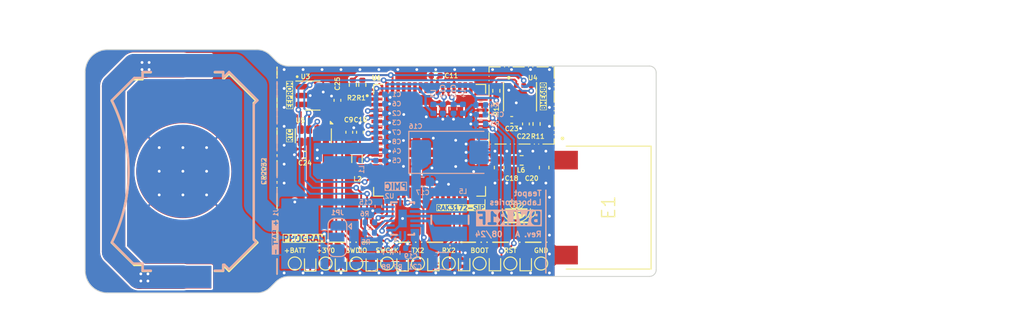
<source format=kicad_pcb>
(kicad_pcb (version 20240108) (generator "pcbnew") (generator_version "8.0")
  (title_block (title "Teapotlabs BWLR1F") (date "2024-01-09") (rev "1") (company "Teapot Laboratories"))
  (layers (0 "F.Cu" signal) (1 "In1.Cu" signal) (2 "In2.Cu" signal) (31 "B.Cu" signal) (34 "B.Paste" user) (35 "F.Paste" user) (36 "B.SilkS" user "B.Silkscreen") (37 "F.SilkS" user "F.Silkscreen") (38 "B.Mask" user) (39 "F.Mask" user) (44 "Edge.Cuts" user))
  (net 0 "")
  (net 1 "GND")
  (net 2 "+3V0")
  (net 3 "/RF")
  (net 4 "/ANT")
  (net 5 "Net-(JP1-B)")
  (net 6 "/SCL")
  (net 9 "/START")
  (net 10 "/SDA")
  (net 11 "/RX2")
  (net 12 "/TX2")
  (net 13 "/SWCLK")
  (net 14 "/SWDIO")
  (net 15 "/RST")
  (net 16 "/BOOT")
  (net 17 "/RDY")
  (net 18 "Net-(U1-VDDMPS)")
  (net 19 "Net-(U1-VFBSMPS)")
  (net 20 "/BATT+")
  (net 21 "Net-(U1-VDDRF)")
  (net 22 "Net-(U1-VDDPA)")
  (net 23 "Net-(U2-CAP)")
  (net 24 "Net-(U1-VLXSMPS)")
  (net 25 "Net-(U2-LX1)")
  (net 26 "Net-(U4-SDO)")
  (net 27 "Net-(U4-CSB)")
  (net 28 "Net-(U2-LX2)")
  (net 29 "Net-(U2-ADR)")
  (net 33 "/RTC_WKUP")
  (net 62 "/+VDP")
  (footprint "Diode_SMD:D_SOD-882" (layer "F.Cu") (at 139.505999 120.461 90)
    (property "Reference" "D4" (hide yes))
    (property "Value" "ESD5651N")
  )
  (footprint "Resistor_SMD:R_0402_1005Metric" (layer "F.Cu") (at 149.557999 101.919 90)
    (property "Reference" "R12")
    (property "Value" "10K")
  )
  (footprint "bwlr1f:BAT-SMD_MY-2032-12" (layer "F.Cu") (at 115.94 110.595 -90)
    (property "Reference" "BT2")
    (property "Value" "Battery_Cell")
  )
  (footprint "Diode_SMD:D_SOD-882" (layer "F.Cu") (at 149.411999 120.43 90)
    (property "Reference" "D1" (hide yes))
    (property "Value" "ESD5651N")
  )
  (footprint "Diode_SMD:D_SOD-882" (layer "F.Cu") (at 142.807999 120.43 90)
    (property "Reference" "D5" (hide yes))
    (property "Value" "ESD5651N")
  )
  (footprint "Capacitor_SMD:C_0603_1608Metric" (layer "F.Cu") (at 154.686 110.158 90)
    (property "Reference" "C20")
    (property "Value" "DNP")
  )
  (footprint "Inductor_SMD:L_0805_2012Metric" (layer "F.Cu") (at 134.62 109.22 -90)
    (property "Reference" "L2")
    (property "Value" "15u")
  )
  (footprint "Package_SON:MicroCrystal_C7_SON-8_1.5x3.2mm_P0.9mm" (layer "F.Cu") (at 129.933999 106.745 -90)
    (property "Reference" "U5")
    (property "Value" "RV-3028-C7")
  )
  (footprint "Inductor_SMD:L_0603_1608Metric" (layer "F.Cu") (at 152.273 109.388)
    (property "Reference" "L6")
    (property "Value" "0")
  )
  (footprint "Capacitor_SMD:C_0402_1005Metric" (layer "F.Cu") (at 132.520999 102.935 -90)
    (property "Reference" "C25")
    (property "Value" "1u")
  )
  (footprint "bwlr1f:XDCR_ANT-915-USP410" (layer "F.Cu") (at 161.603999 114.458 -90)
    (property "Reference" "E1")
    (property "Value" "ANT-915-USP410")
  )
  (footprint "Capacitor_SMD:C_0603_1608Metric" (layer "F.Cu") (at 149.86 110.158 90)
    (property "Reference" "C18")
    (property "Value" "DNP")
  )
  (footprint "TestPoint:TestPoint_Pad_D1.0mm" (layer "F.Cu") (at 151.062999 120.461 180)
    (property "Reference" "TP7")
    (property "Value" "ProgPin")
  )
  (footprint "Resistor_SMD:R_0402_1005Metric" (layer "F.Cu") (at 153.875999 105.475 90)
    (property "Reference" "R11")
    (property "Value" "10K")
  )
  (footprint "bwlr1f:BME680-PSON80P300X300X100-8N" (layer "F.Cu") (at 152.097999 102.554 90)
    (property "Reference" "U4")
    (property "Value" "BME688")
  )
  (footprint "TestPoint:TestPoint_Pad_D1.0mm" (layer "F.Cu") (at 127.948999 120.461)
    (property "Reference" "TP2")
    (property "Value" "ProgPin")
  )
  (footprint "Capacitor_SMD:C_0402_1005Metric" (layer "F.Cu") (at 129.044999 108.777)
    (property "Reference" "C24")
    (property "Value" "100n")
  )
  (footprint "Diode_SMD:D_SOD-882" (layer "F.Cu") (at 136.203999 120.461 90)
    (property "Reference" "D3" (hide yes))
    (property "Value" "ESD5651N")
  )
  (footprint "Diode_SMD:D_SOD-882" (layer "F.Cu") (at 132.901999 120.461 90)
    (property "Reference" "D8" (hide yes))
    (property "Value" "ESD5651N")
  )
  (footprint "TestPoint:TestPoint_Pad_D1.0mm" (layer "F.Cu") (at 147.760999 120.461 180)
    (property "Reference" "TP8")
    (property "Value" "ProgPin")
  )
  (footprint "Capacitor_SMD:C_0402_1005Metric" (layer "F.Cu") (at 143.061999 100.2934)
    (property "Reference" "C11")
    (property "Value" "100n")
  )
  (footprint "TestPoint:TestPoint_Pad_D1.0mm" (layer "F.Cu") (at 144.458999 120.461 -90)
    (property "Reference" "TP3")
    (property "Value" "ProgPin")
  )
  (footprint "TestPoint:TestPoint_Pad_D1.0mm" (layer "F.Cu") (at 154.364999 120.461 180)
    (property "Reference" "TP9")
    (property "Value" "ProgPin")
  )
  (footprint "Capacitor_SMD:C_0402_1005Metric" (layer "F.Cu") (at 133.790999 106.364 -90)
    (property "Reference" "C9")
    (property "Value" "470n")
  )
  (footprint "bwlr1f:RAK3172-SiP_LGA75" (layer "F.Cu") (at 142.371847 107.258)
    (property "Reference" "U1")
    (property "Value" "RAK3172-SIP")
  )
  (footprint "Capacitor_SMD:C_0402_1005Metric" (layer "F.Cu") (at 152.732999 105.475 90)
    (property "Reference" "C22")
    (property "Value" "100n")
  )
  (footprint "TestPoint:TestPoint_Pad_D1.0mm" (layer "F.Cu") (at 134.552999 120.461 90)
    (property "Reference" "TP6")
    (property "Value" "ProgPin")
  )
  (footprint "TestPoint:TestPoint_Pad_D1.0mm" (layer "F.Cu") (at 137.854999 120.461 180)
    (property "Reference" "TP5" (hide yes))
    (property "Value" "ProgPin")
  )
  (footprint "Package_TO_SOT_SMD:SOT-23-5" (layer "F.Cu") (at 129.853999 102.427)
    (property "Reference" "U3")
    (property "Value" "ZD24C08A")
  )
  (footprint "Diode_SMD:D_SOD-882" (layer "F.Cu") (at 129.599999 120.461 90)
    (property "Reference" "D7" (hide yes))
    (property "Value" "ESD5651N")
  )
  (footprint "Resistor_SMD:R_0402_1005Metric" (layer "F.Cu") (at 134.171999 101.284 90)
    (property "Reference" "R2")
    (property "Value" "4K7")
  )
  (footprint "TestPoint:TestPoint_Pad_D1.0mm" (layer "F.Cu") (at 131.250999 120.461 180)
    (property "Reference" "TP1")
    (property "Value" "ProgPin")
  )
  (footprint "Resistor_SMD:R_0402_1005Metric" (layer "F.Cu") (at 135.187999 101.284 90)
    (property "Reference" "R1")
    (property "Value" "4K7")
  )
  (footprint "bwlr1f:TeapotLogo4mm" (layer "F.Cu") (at 151.951999 114.873)
    (property "Reference" "G***")
    (property "Value" "LOGO" (hide yes))
  )
  (footprint "TestPoint:TestPoint_Pad_D1.0mm" (layer "F.Cu") (at 141.156999 120.461 180)
    (property "Reference" "TP4")
    (property "Value" "ProgPin")
  )
  (footprint "Capacitor_SMD:C_0402_1005Metric" (layer "F.Cu") (at 151.208999 105.037 180)
    (property "Reference" "C23")
    (property "Value" "100n")
  )
  (footprint "Diode_SMD:D_SOD-882" (layer "F.Cu") (at 146.109999 120.43 90)
    (property "Reference" "D6" (hide yes))
    (property "Value" "ESD5651N")
  )
  (footprint "Diode_SMD:D_SOD-882" (layer "F.Cu") (at 152.713999 120.43 90)
    (property "Reference" "D2" (hide yes))
    (property "Value" "ESD5651N")
  )
  (footprint "Capacitor_SMD:C_0402_1005Metric" (layer "F.Cu") (at 134.933999 106.364 -90)
    (property "Reference" "C10")
    (property "Value" "100n")
  )
  (footprint "Capacitor_SMD:C_0402_1005Metric" (layer "B.Cu") (at 144.966999 103.8494 90)
    (property "Reference" "C13")
    (property "Value" "1u")
  )
  (footprint "Capacitor_SMD:C_0402_1005Metric" (layer "B.Cu") (at 137.120999 103.316 180)
    (property "Reference" "C6")
    (property "Value" "100n")
  )
  (footprint "Capacitor_SMD:C_0402_1005Metric" (layer "B.Cu") (at 140.318799 118.81)
    (property "Reference" "C19")
    (property "Value" "1u")
  )
  (footprint "Resistor_SMD:R_0402_1005Metric" (layer "B.Cu") (at 136.000799 116.0414 180)
    (property "Reference" "R6")
    (property "Value" "100K")
  )
  (footprint "Capacitor_SMD:C_0402_1005Metric" (layer "B.Cu") (at 143.823999 103.8494 90)
    (property "Reference" "C12")
    (property "Value" "1u")
  )
  (footprint "Resistor_SMD:R_0402_1005Metric" (layer "B.Cu") (at 147.887999 105.475 180)
    (property "Reference" "R3")
    (property "Value" "10K")
  )
  (footprint "Capacitor_Tantalum_SMD:CP_EIA-7343-40_Kemet-Y" (layer "B.Cu") (at 144.585999 108.523)
    (property "Reference" "C16")
    (property "Value" "470u")
  )
  (footprint "Jumper:SolderJumper-3_P1.3mm_Open_RoundedPad1.0x1.5mm" (layer "B.Cu") (at 132.520999 117.667 -90)
    (property "Reference" "JP1")
    (property "Value" "OUTPUT_SELECT")
  )
  (footprint "Capacitor_SMD:C_0402_1005Metric" (layer "B.Cu") (at 136.915199 114.3142 90)
    (property "Reference" "C15")
    (property "Value" "1u")
  )
  (footprint "bwlr1f:NBM7100ABQX" (layer "B.Cu") (at 139.505999 115.627848 90)
    (property "Reference" "U2")
    (property "Value" "NBM7100ABQX" (hide yes))
  )
  (footprint "Inductor_SMD:L_0402_1005Metric" (layer "B.Cu") (at 142.807999 103.8494 -90)
    (property "Reference" "L3")
    (property "Value" "120")
  )
  (footprint "Capacitor_SMD:C_0402_1005Metric" (layer "B.Cu") (at 137.120999 105.348 180)
    (property "Reference" "C3")
    (property "Value" "4u7")
  )
  (footprint "Inductor_SMD:L_0402_1005Metric" (layer "B.Cu") (at 145.982999 103.8494 -90)
    (property "Reference" "L4")
    (property "Value" "120")
  )
  (footprint "Capacitor_SMD:C_0402_1005Metric" (layer "B.Cu") (at 137.120999 104.332 180)
    (property "Reference" "C2")
    (property "Value" "1u")
  )
  (footprint "Capacitor_SMD:C_0402_1005Metric" (layer "B.Cu") (at 147.887999 104.459)
    (property "Reference" "C14")
    (property "Value" "100n")
  )
  (footprint "Resistor_SMD:R_0402_1005Metric" (layer "B.Cu") (at 135.975399 117.159 180)
    (property "Reference" "R5")
    (property "Value" "100K")
  )
  (footprint "Capacitor_SMD:C_0402_1005Metric" (layer "B.Cu") (at 137.120999 102.3 180)
    (property "Reference" "C1")
    (property "Value" "4u7")
  )
  (footprint "Resistor_SMD:R_0402_1005Metric" (layer "B.Cu") (at 137.829599 119.318 90)
    (property "Reference" "R8")
    (property "Value" "1K")
  )
  (footprint "Capacitor_SMD:C_0402_1005Metric" (layer "B.Cu") (at 137.120999 107.38 180)
    (property "Reference" "C8")
    (property "Value" "100n")
  )
  (footprint "bwlr1f:Battery_Pad" (layer "B.Cu") (at 128.075999 117.657 -90)
    (property "Reference" "J1")
    (property "Value" "Conn_01x02")
  )
  (footprint "Resistor_SMD:R_0402_1005Metric" (layer "B.Cu") (at 138.845599 119.318 90)
    (property "Reference" "R7")
    (property "Value" "1K")
  )
  (footprint "Resistor_SMD:R_0402_1005Metric" (layer "B.Cu") (at 147.887999 103.443)
    (property "Reference" "R4")
    (property "Value" "10K")
  )
  (footprint "bwlr1f:BAT-SMD_MY-2032-12" (layer "B.Cu") (at 115.95 110.555 90)
    (property "Reference" "BT1")
    (property "Value" "Battery_Cell")
  )
  (footprint "bwlr1f:74404042150" (layer "B.Cu") (at 144.585999 115.762 90)
    (property "Reference" "L5")
    (property "Value" "15u" (hide yes))
  )
  (footprint "Capacitor_SMD:C_0603_1608Metric" (layer "B.Cu") (at 141.664999 111.698 180)
    (property "Reference" "C17")
    (property "Value" "10u")
  )
  (footprint "Capacitor_SMD:C_0402_1005Metric" (layer "B.Cu") (at 137.120999 106.364 180)
    (property "Reference" "C7")
    (property "Value" "100n")
  )
  (footprint "Capacitor_SMD:C_0402_1005Metric" (layer "B.Cu") (at 137.120999 109.412 180)
    (property "Reference" "C5")
    (property "Value" "100n")
  )
  (footprint "Capacitor_SMD:C_1206_3216Metric" (layer "B.Cu") (at 143.773199 120.1816 180)
    (property "Reference" "C21")
    (property "Value" "22u")
  )
  (footprint "Capacitor_SMD:C_0402_1005Metric" (layer "B.Cu") (at 137.120999 108.396 180)
    (property "Reference" "C4")
    (property "Value" "4u7")
  )
  (footprint "Inductor_SMD:L_0402_1005Metric" (layer "B.Cu") (at 135.060999 108.904 -90)
    (property "Reference" "L1")
    (property "Value" "120")
  )
  (gr_line (start 126.043999 119.953) (end 126.043999 121.985) (stroke (width 0.15) (type dash_dot)) (layer "B.SilkS"))
  (gr_line (start 126.043999 114.111) (end 126.043999 99.633) (stroke (width 0.15) (type dash_dot)) (layer "B.SilkS"))
  (gr_line (start 154.872999 112.587) (end 154.872999 121.477) (stroke (width 0.15)) (layer "B.SilkS"))
  (gr_line (start 131.631999 118.175) (end 154.999999 118.175) (stroke (width 0.15) (type dash_dot_dot)) (layer "F.SilkS"))
  (gr_line (start 148.345199 114.7968) (end 148.345199 113.603) (stroke (width 0.1)) (layer "F.SilkS"))
  (gr_circle (center 128.202999 100.395) (end 128.279199 100.395) (stroke (width 0.15)) (fill solid) (layer "F.SilkS"))
  (gr_line (start 126.043999 121.604) (end 126.043999 99.379) (stroke (width 0.15) (type dash_dot_dot)) (layer "F.SilkS"))
  (gr_rect (start 148.776999 99.3536) (end 155.761999 107.634) (stroke (width 0.11) (type dash_dot_dot)) (fill none) (layer "F.SilkS"))
  (gr_line (start 125.913778 98.674518) (end 125.313788 98.074833) (stroke (width 0.1)) (layer "Edge.Cuts"))
  (gr_arc (start 166.702471 121.128) (mid 166.491405 121.637558) (end 165.981847 121.848624) (stroke (width 0.1)) (layer "Edge.Cuts"))
  (gr_line (start 166.702471 121.128) (end 166.702471 99.978) (stroke (width 0.1)) (layer "Edge.Cuts"))
  (gr_arc (start 125.913839 122.434797) (mid 126.562556 122.00152) (end 127.32768 121.84937) (stroke (width 0.1)) (layer "Edge.Cuts"))
  (gr_arc (start 107.869999 123.62) (mid 106.172943 122.917056) (end 105.469999 121.22) (stroke (width 0.1)) (layer "Edge.Cuts"))
  (gr_line (start 123.899904 123.62) (end 107.869999 123.62) (stroke (width 0.1)) (layer "Edge.Cuts"))
  (gr_arc (start 125.313758 123.034573) (mid 124.665036 123.467858) (end 123.899904 123.62) (stroke (width 0.1)) (layer "Edge.Cuts"))
  (gr_arc (start 105.469999 99.889999) (mid 106.172943 98.192943) (end 107.869999 97.489999) (stroke (width 0.1)) (layer "Edge.Cuts"))
  (gr_arc (start 123.89986 97.489407) (mid 124.665024 97.641548) (end 125.313788 98.074833) (stroke (width 0.1)) (layer "Edge.Cuts"))
  (gr_line (start 125.913839 122.434797) (end 125.313758 123.034573) (stroke (width 0.1)) (layer "Edge.Cuts"))
  (gr_arc (start 165.981847 99.257376) (mid 166.491405 99.468442) (end 166.702471 99.978) (stroke (width 0.1)) (layer "Edge.Cuts"))
  (gr_arc (start 127.327765 99.259945) (mid 126.562552 99.10784) (end 125.913778 98.674518) (stroke (width 0.1)) (layer "Edge.Cuts"))
  (gr_line (start 123.89986 97.489407) (end 107.869999 97.489999) (stroke (width 0.1)) (layer "Edge.Cuts"))
  (gr_line (start 165.981847 99.257376) (end 127.327765 99.259945) (stroke (width 0.1)) (layer "Edge.Cuts"))
  (gr_line (start 105.469999 99.889999) (end 105.469999 121.22) (stroke (width 0.1)) (layer "Edge.Cuts"))
  (gr_line (start 127.32768 121.84937) (end 165.981847 121.84911) (stroke (width 0.1)) (layer "Edge.Cuts"))
  (gr_text "Rev. A   08/24" (at 154.491999 117.667 0) (layer "B.SilkS") (effects (font (size 0.6 0.6) (thickness 0.13) (bold yes)) (justify left bottom mirror)))
  (gr_text "CR2032" (at 124.646999 110.555 90) (layer "B.SilkS") (effects (font (size 0.5 0.5) (thickness 0.1) (bold yes)) (justify mirror)))
  (gr_text "+ BATT -" (at 126.170999 117.667 90) (layer "B.SilkS" knockout) (effects (font (size 0.5 0.5) (thickness 0.125) (bold yes)) (justify bottom mirror)))
  (gr_text "PMIC" (at 138.794799 112.587 0) (layer "B.SilkS" knockout) (effects (font (size 0.65 0.65) (thickness 0.1625) (bold yes)) (justify bottom mirror)))
  (gr_text "Teapot\nLaboratories" (at 154.491999 114.238 0) (layer "B.SilkS") (effects (font (size 0.6 0.6) (thickness 0.13) (bold yes)) (justify left bottom mirror)))
  (gr_text "BWLR1F" (at 154.618999 115.635 0) (layer "B.SilkS" knockout) (effects (font (size 1.2 1.2) (thickness 0.3) (bold yes)) (justify left mirror)))
  (gr_text "RTC" (at 127.415599 107.507 90) (layer "F.SilkS" knockout) (effects (font (size 0.5 0.5) (thickness 0.125) (bold yes)) (justify left)))
  (gr_text "PROGRAM" (at 126.551999 117.794 0) (layer "F.SilkS" knockout) (effects (font (size 0.65 0.65) (thickness 0.1625) (bold yes)) (justify left)))
  (gr_text "BME688" (at 154.618999 104.078 90) (layer "F.SilkS" knockout) (effects (font (size 0.5 0.5) (thickness 0.125) (bold yes)) (justify left)))
  (gr_text "RX2\n" (at 144.458999 119.064 0) (layer "F.SilkS") (effects (font (size 0.5 0.5) (thickness 0.1) (bold yes))))
  (gr_text "SWDIO" (at 134.552999 119.064 0) (layer "F.SilkS") (effects (font (size 0.5 0.5) (thickness 0.1) (bold yes))))
  (gr_text "EEPROM" (at 127.415599 103.951 90) (layer "F.SilkS" knockout) (effects (font (size 0.5 0.5) (thickness 0.125) (bold yes)) (justify left)))
  (gr_text "TX2" (at 141.156999 119.064 0) (layer "F.SilkS") (effects (font (size 0.5 0.5) (thickness 0.1) (bold yes))))
  (gr_text "CR2032" (at 124.646999 110.555 90) (layer "F.SilkS") (effects (font (size 0.5 0.5) (thickness 0.1) (bold yes))))
  (gr_text "+3V0" (at 131.250999 119.064 0) (layer "F.SilkS") (effects (font (size 0.5 0.5) (thickness 0.1) (bold yes))))
  (gr_text "SWCLK" (at 137.854999 119.064 0) (layer "F.SilkS") (effects (font (size 0.5 0.5) (thickness 0.1) (bold yes))))
  (gr_text "RST" (at 151.062999 119.064 0) (layer "F.SilkS") (effects (font (size 0.5 0.5) (thickness 0.1) (bold yes))))
  (gr_text "+BATT" (at 127.948999 119.064 0) (layer "F.SilkS") (effects (font (size 0.5 0.5) (thickness 0.1) (bold yes))))
  (gr_text "RAK3172-SIP" (at 143.061999 114.492 0) (layer "F.SilkS" knockout) (effects (font (size 0.5 0.5) (thickness 0.125) (bold yes)) (justify left)))
  (gr_text "GND" (at 154.364999 119.064 0) (layer "F.SilkS") (effects (font (size 0.5 0.5) (thickness 0.1) (bold yes))))
  (gr_text "BOOT" (at 147.760999 119.064 0) (layer "F.SilkS") (effects (font (size 0.5 0.5) (thickness 0.1) (bold yes))))
  (segment (start 129.599999 102.427) (end 128.716499 102.427) (width 0.25) (layer "F.Cu") (net 1))
  (segment (start 142.631847 100.343248) (end 142.631847 101.578) (width 0.25) (layer "F.Cu") (net 1))
  (segment (start 156.763999 119.558) (end 155.507999 118.302) (width 0.25) (layer "F.Cu") (net 1))
  (segment (start 151.688999 103.763) (end 151.697999 103.754) (width 0.25) (layer "F.Cu") (net 1))
  (segment (start 151.697999 103.208) (end 151.697999 103.754) (width 0.25) (layer "F.Cu") (net 1))
  (segment (start 131.908799 102.455) (end 132.520999 102.455) (width 0.25) (layer "F.Cu") (net 1))
  (segment (start 128.564999 108.777) (end 128.564999 107.4265) (width 0.25) (layer "F.Cu") (net 1))
  (segment (start 156.791999 119.558) (end 155.507999 120.842) (width 0.25) (layer "F.Cu") (net 1))
  (segment (start 157.053999 119.558) (end 156.763999 119.558) (width 0.25) (layer "F.Cu") (net 1))
  (segment (start 134.270999 105.884) (end 133.790999 105.884) (width 0.25) (layer "F.Cu") (net 1))
  (segment (start 151.688999 105.037) (end 151.688999 103.763) (width 0.25) (layer "F.Cu") (net 1))
  (segment (start 152.155199 105.955) (end 152.732999 105.955) (width 0.25) (layer "F.Cu") (net 1))
  (segment (start 142.454999 100.268) (end 142.556599 100.268) (width 0.25) (layer "F.Cu") (net 1))
  (segment (start 134.933999 105.3734) (end 134.933999 105.884) (width 0.25) (layer "F.Cu") (net 1))
  (segment (start 131.885999 102.4778) (end 131.908799 102.455) (width 0.25) (layer "F.Cu") (net 1))
  (segment (start 130.991499 101.477) (end 130.991499 102.0405) (width 0.25) (layer "F.Cu") (net 1))
  (segment (start 157.053999 119.558) (end 156.791999 119.558) (width 0.25) (layer "F.Cu") (net 1))
  (segment (start 147.125999 110.588) (end 148.041847 110.588) (width 0.25) (layer "F.Cu") (net 1))
  (segment (start 128.564999 107.4265) (end 128.583999 107.4075) (width 0.25) (layer "F.Cu") (net 1))
  (segment (start 134.273599 105.8814) (end 134.270999 105.884) (width 0.25) (layer "F.Cu") (net 1))
  (segment (start 144.431847 111.952) (end 144.431847 112.878) (width 0.25) (layer "F.Cu") (net 1))
  (segment (start 127.906999 108.777) (end 128.564999 108.777) (width 0.25) (layer "F.Cu") (net 1))
  (segment (start 142.556599 100.268) (end 142.631847 100.343248) (width 0.25) (layer "F.Cu") (net 1))
  (segment (start 130.991499 102.0405) (end 130.996999 102.046) (width 0.25) (layer "F.Cu") (net 1))
  (segment (start 150.897999 101.849) (end 150.897999 101.354) (width 0.25) (layer "F.Cu") (net 1))
  (via (at 140.037353 118.350754) (size 0.6) (drill 0.3) (layers "F.Cu" "B.Cu") (net 1))
  (via (at 136.305599 114.7942) (size 0.6) (drill 0.3) (layers "F.Cu" "B.Cu") (net 1))
  (via (at 138.108999 105.348) (size 0.6) (drill 0.3) (layers "F.Cu" "B.Cu") (net 1))
  (via (at 115.95 110.555) (size 0.6) (drill 0.3) (layers "F.Cu" "B.Cu") (net 1))
  (via (at 138.108999 104.332) (size 0.6) (drill 0.3) (layers "F.Cu" "B.Cu") (net 1))
  (via (at 147.125999 110.588) (size 0.6) (drill 0.3) (layers "F.Cu" "B.Cu") (net 1))
  (via (at 138.159799 117.1844) (size 0.6) (drill 0.3) (layers "F.Cu" "B.Cu") (net 1))
  (via (at 154.872999 111.825) (size 0.6) (drill 0.3) (layers "F.Cu" "B.Cu") (net 1))
  (via (at 151.697999 103.208) (size 0.6) (drill 0.3) (layers "F.Cu" "B.Cu") (net 1))
  (via (at 155.253999 115.381) (size 0.6) (drill 0.3) (layers "F.Cu" "B.Cu") (net 1))
  (via (at 145.093999 99.633) (size 0.6) (drill 0.3) (layers "F.Cu" "B.Cu") (net 1))
  (via (at 142.655599 110.1994) (size 0.6) (drill 0.3) (layers "F.Cu" "B.Cu") (net 1))
  (via (at 153.221999 99.633) (size 0.6) (drill 0.3) (layers "F.Cu" "B.Cu") (net 1))
  (via (at 128.837999 121.477) (size 0.6) (drill 0.3) (layers "F.Cu" "B.Cu") (net 1))
  (via (at 143.823999 104.967) (size 0.6) (drill 0.3) (layers "F.Cu" "B.Cu") (net 1))
  (via (at 151.189999 99.633) (size 0.6) (drill 0.3) (layers "F.Cu" "B.Cu") (net 1))
  (via (at 144.966999 104.967) (size 0.6) (drill 0.3) (layers "F.Cu" "B.Cu") (net 1))
  (via (at 146.313199 109.412) (size 0.6) (drill 0.3) (layers "F.Cu" "B.Cu") (net 1))
  (via (at 129.599999 102.427) (size 0.6) (drill 0.3) (layers "F.Cu" "B.Cu") (net 1))
  (via (at 145.201847 107.228) (size 0.6) (drill 0.3) (layers "F.Cu" "B.Cu") (net 1))
  (via (at 126.805999 101.665) (size 0.6) (drill 0.3) (layers "F.Cu" "B.Cu") (net 1))
  (via (at 132.901999 121.477) (size 0.6) (drill 0.3) (layers "F.Cu" "B.Cu") (net 1))
  (via (at 141.029999 121.477) (size 0.6) (drill 0.3) (layers "F.Cu" "B.Cu") (net 1))
  (via (at 146.821199 104.459) (size 0.6) (drill 0.3) (layers "F.Cu" "B.Cu") (net 1))
  (via (at 155.253999 113.349) (size 0.6) (drill 0.3) (layers "F.Cu" "B.Cu") (net 1))
  (via (at 138.997999 99.633) (size 0.6) (drill 0.3) (layers "F.Cu" "B.Cu") (net 1))
  (via (at 115.95 113.095) (size 0.6) (drill 0.3) (layers "F.Cu" "B.Cu") (net 1))
  (via (at 130.869999 121.477) (size 0.6) (drill 0.3) (layers "F.Cu" "B.Cu") (net 1))
  (via (at 147.125999 121.477) (size 0.6) (drill 0.3) (layers "F.Cu" "B.Cu") (net 1))
  (via (at 139.601847 110.028) (size 0.6) (drill 0.3) (layers "F.Cu" "B.Cu") (net 1))
  (via (at 146.313199 107.634) (size 0.6) (drill 0.3) (layers "F.Cu" "B.Cu") (net 1))
  (via (at 115.95 108.015) (size 0.6) (drill 0.3) (layers "F.Cu" "B.Cu") (net 1))
  (via (at 150.897999 101.849) (size 0.6) (drill 0.3) (layers "F.Cu" "B.Cu") (net 1))
  (via (at 142.045999 104.713) (size 0.6) (drill 0.3) (layers "F.Cu" "B.Cu") (net 1))
  (via (at 152.155199 105.955) (size 0.6) (drill 0.3) (layers "F.Cu" "B.Cu") (net 1))
  (via (at 153.475999 111.825) (size 0.6) (drill 0.3) (layers "F.Cu" "B.Cu") (net 1))
  (via (at 126.805999 105.729) (size 0.6) (drill 0.3) (layers "F.Cu" "B.Cu") (net 1))
  (via (at 132.901999 99.633) (size 0.6) (drill 0.3) (layers "F.Cu" "B.Cu") (net 1))
  (via (at 134.933999 99.633) (size 0.6) (drill 0.3) (layers "F.Cu" "B.Cu") (net 1))
  (via (at 138.108999 106.364) (size 0.6) (drill 0.3) (layers "F.Cu" "B.Cu") (net 1))
  (via (at 130.996999 102.046) (size 0.6) (drill 0.3) (layers "F.Cu" "B.Cu") (net 1))
  (via (at 149.157999 121.477) (size 0.6) (drill 0.3) (layers "F.Cu" "B.Cu") (net 1))
  (via (at 143.061999 121.477) (size 0.6) (drill 0.3) (layers "F.Cu" "B.Cu") (net 1))
  (via (at 126.805999 107.761) (size 0.6) (drill 0.3) (layers "F.Cu" "B.Cu") (net 1))
  (via (at 134.933999 105.3734) (size 0.6) (drill 0.3) (layers "F.Cu" "B.Cu") (net 1))
  (via (at 126.805999 109.793) (size 0.6) (drill 0.3) (layers "F.Cu" "B.Cu") (net 1))
  (via (at 147.125999 99.633) (size 0.6) (drill 0.3) (layers "F.Cu" "B.Cu") (net 1))
  (via (at 153.475999 108.396) (size 0.6) (drill 0.3) (layers "F.Cu" "B.Cu") (net 1))
  (via (at 152.078999 111.825) (size 0.6) (drill 0.3) (layers "F.Cu" "B.Cu") (net 1))
  (via (at 127.906999 108.777) (size 0.6) (drill 0.3) (layers "F.Cu" "B.Cu") (net 1))
  (via (at 138.108999 109.412) (size 0.6) (drill 0.3) (layers "F.Cu" "B.Cu") (net 1))
  (via (at 138.169862 102.614862) (size 0.6) (drill 0.3) (layers "F.Cu" "B.Cu") (net 1))
  (via (at 155.253999 119.445) (size 0.6) (drill 0.3) (layers "F.Cu" "B.Cu") (net 1))
  (via (at 146.236999 119.318) (size 0.6) (drill 0.3) (layers "F.Cu" "B.Cu") (net 1))
  (via (at 150.681999 108.396) (size 0.6) (drill 0.3) (layers "F.Cu" "B.Cu") (net 1))
  (via (at 155.253999 105.729) (size 0.6) (drill 0.3) (layers "F.Cu" "B.Cu") (net 1))
  (via (at 130.869999 99.633) (size 0.6) (drill 0.3) (layers "F.Cu" "B.Cu") (net 1))
  (via (at 118.49 110.555) (size 0.6) (drill 0.3) (layers "F.Cu" "B.Cu") (net 1))
  (via (at 136.965999 99.633) (size 0.6) (drill 0.3) (layers "F.Cu" "B.Cu") (net 1))
  (via (at 151.189999 121.477) (size 0.6) (drill 0.3) (layers "F.Cu" "B.Cu") (net 1))
  (via (at 152.078999 108.396) (size 0.6) (drill 0.3) (layers "F.Cu" "B.Cu") (net 1))
  (via (at 144.431847 111.952) (size 0.6) (drill 0.3) (layers "F.Cu" "B.Cu") (net 1))
  (via (at 134.933999 121.477) (size 0.6) (drill 0.3) (layers "F.Cu" "B.Cu") (net 1))
  (via (at 146.821199 105.475) (size 0.6) (drill 0.3) (layers "F.Cu" "B.Cu") (net 1))
  (via (at 146.313199 108.523) (size 0.6) (drill 0.3) (layers "F.Cu" "B.Cu") (net 1))
  (via (at 155.253999 121.477) (size 0.6) (drill 0.3) (layers "F.Cu" "B.Cu") (net 1))
  (via (at 142.80037 106.999) (size 0.6) (drill 0.3) (layers "F.Cu" "B.Cu") (net 1))
  (via (at 126.805999 121.477) (size 0.6) (drill 0.3) (layers "F.Cu" "B.Cu") (net 1))
  (via (at 118.49 113.095) (size 0.6) (drill 0.3) (layers "F.Cu" "B.Cu") (net 1))
  (via (at 113.41 113.095) (size 0.6) (drill 0.3) (layers "F.Cu" "B.Cu") (net 1))
  (via (at 153.221999 121.477) (size 0.6) (drill 0.3) (layers "F.Cu" "B.Cu") (net 1))
  (via (at 145.093999 121.477) (size 0.6) (drill 0.3) (layers "F.Cu" "B.Cu") (net 1))
  (via (at 113.41 110.555) (size 0.6) (drill 0.3) (layers "F.Cu" "B.Cu") (net 1))
  (via (at 118.49 108.015) (size 0.6) (drill 0.3) (layers "F.Cu" "B.Cu") (net 1))
  (via (at 139.601847 107.253) (size 0.6) (drill 0.3) (layers "F.Cu" "B.Cu") (net 1))
  (via (at 143.188999 111.698) (size 0.6) (drill 0.3) (layers "F.Cu" "B.Cu") (net 1))
  (via (at 145.201847 110.047) (size 0.6) (drill 0.3) (layers "F.Cu" "B.Cu") (net 1))
  (via (at 139.632999 104.459) (size 0.6) (drill 0.3) (layers "F.Cu" "B.Cu") (net 1))
  (via (at 138.997999 121.477) (size 0.6) (drill 0.3) (layers "F.Cu" "B.Cu") (net 1))
  (via (at 138.108999 108.396) (size 0.6) (drill 0.3) (layers "F.Cu" "B.Cu") (net 1))
  (via (at 134.273599 105.8814) (size 0.6) (drill 0.3) (layers "F.Cu" "B.Cu") (net 1))
  (via (at 138.108999 107.38) (size 0.6) (drill 0.3) (layers "F.Cu" "B.Cu") (net 1))
  (via (at 126.805999 103.697) (size 0.6) (drill 0.3) (layers "F.Cu" "B.Cu") (net 1))
  (via (at 150.681999 111.825) (size 0.6) (drill 0.3) (layers "F.Cu" "B.Cu") (net 1))
  (via (at 154.872999 108.396) (size 0.6) (drill 0.3) (layers "F.Cu" "B.Cu") (net 1))
  (via (at 128.837999 99.633) (size 0.6) (drill 0.3) (layers "F.Cu" "B.Cu") (net 1))
  (via (at 139.505999 115.627848) (size 0.6) (drill 0.3) (layers "F.Cu" "B.Cu") (net 1))
  (via (at 126.805999 111.825) (size 0.6) (drill 0.3) (layers "F.Cu" "B.Cu") (net 1))
  (via (at 155.253999 103.697) (size 0.6) (drill 0.3) (layers "F.Cu" "B.Cu") (net 1))
  (via (at 113.41 108.015) (size 0.6) (drill 0.3) (layers "F.Cu" "B.Cu") (net 1))
  (via (at 149.411999 111.825) (size 0.6) (drill 0.3) (layers "F.Cu" "B.Cu") (net 1))
  (via (at 149.411999 108.396) (size 0.6) (drill 0.3) (layers "F.Cu" "B.Cu") (net 1))
  (via (at 143.061999 99.633) (size 0.6) (drill 0.3) (layers "F.Cu" "B.Cu") (net 1))
  (via (at 138.108999 103.316) (size 0.6) (drill 0.3) (layers "F.Cu" "B.Cu") (net 1))
  (via (at 136.965999 121.477) (size 0.6) (drill 0.3) (layers "F.Cu" "B.Cu") (net 1))
  (via (at 155.253999 117.413) (size 0.6) (drill 0.3) (layers "F.Cu" "B.Cu") (net 1))
  (via (at 155.253999 99.633) (size 0.6) (drill 0.3) (layers "F.Cu" "B.Cu") (net 1))
  (via (at 149.157999 99.633) (size 0.6) (drill 0.3) (layers "F.Cu" "B.Cu") (net 1))
  (via (at 155.253999 101.665) (size 0.6) (drill 0.3) (layers "F.Cu" "B.Cu") (net 1))
  (via (at 126.805999 99.633) (size 0.6) (drill 0.3) (layers "F.Cu" "B.Cu") (net 1))
  (via (at 131.885999 102.4778) (size 0.6) (drill 0.3) (layers "F.Cu" "B.Cu") (net 1))
  (via (at 141.029999 99.633) (size 0.6) (drill 0.3) (layers "F.Cu" "B.Cu") (net 1))
  (segment (start 138.169862 102.614862) (end 137.855 102.3) (width 0.25) (layer "B.Cu") (net 1))
  (segment (start 146.236999 119.318) (end 146.111799 119.318) (width 0.25) (layer "B.Cu") (net 1))
  (segment (start 147.407999 104.459) (end 146.821199 104.459) (width 0.25) (layer "B.Cu") (net 1))
  (segment (start 138.205999 117.1382) (end 138.205999 116.877848) (width 0.25) (layer "B.Cu") (net 1))
  (segment (start 143.188999 111.698) (end 142.439999 111.698) (width 0.25) (layer "B.Cu") (net 1))
  (segment (start 139.755999 115.377848) (end 140.805999 115.377848) (width 0.25) (layer "B.Cu") (net 1))
  (segment (start 137.600999 107.38) (end 138.108999 107.38) (width 0.25) (layer "B.Cu") (net 1))
  (segment (start 137.600999 108.396) (end 138.108999 108.396) (width 0.25) (layer "B.Cu") (net 1))
  (segment (start 138.108999 103.316) (end 137.600999 103.316) (width 0.25) (layer "B.Cu") (net 1))
  (segment (start 136.305599 114.7942) (end 136.915199 114.7942) (width 0.25) (layer "B.Cu") (net 1))
  (segment (start 139.505999 115.627848) (end 139.505999 116.057848) (width 0.25) (layer "B.Cu") (net 1))
  (segment (start 137.600999 109.412) (end 138.108999 109.412) (width 0.25) (layer "B.Cu") (net 1))
  (segment (start 138.205999 114.877848) (end 136.998847 114.877848) (width 0.25) (layer "B.Cu") (net 1))
  (segment (start 135.465399 116.0668) (end 135.490799 116.0414) (width 0.25) (layer "B.Cu") (net 1))
  (segment (start 139.505999 116.057848) (end 138.685999 116.877848) (width 0.25) (layer "B.Cu") (net 1))
  (segment (start 147.377999 105.475) (end 146.821199 105.475) (width 0.25) (layer "B.Cu") (net 1))
  (segment (start 146.111799 119.318) (end 145.248199 120.1816) (width 0.25) (layer "B.Cu") (net 1))
  (segment (start 143.823999 104.967) (end 143.823999 104.177) (width 0.25) (layer "B.Cu") (net 1))
  (segment (start 139.505999 115.627848) (end 139.755999 115.377848) (width 0.25) (layer "B.Cu") (net 1))
  (segment (start 147.698499 108.523) (end 147.252999 108.523) (width 0.25) (layer "B.Cu") (net 1))
  (segment (start 138.685999 116.877848) (end 138.205999 116.877848) (width 0.25) (layer "B.Cu") (net 1))
  (segment (start 135.465399 117.159) (end 135.465399 116.0668) (width 0.25) (layer "B.Cu") (net 1))
  (segment (start 136.998847 114.877848) (end 136.915199 114.7942) (width 0.25) (layer "B.Cu") (net 1))
  (segment (start 138.108999 105.348) (end 137.600999 105.348) (width 0.25) (layer "B.Cu") (net 1))
  (segment (start 140.037353 118.350754) (end 140.037353 118.611446) (width 0.25) (layer "B.Cu") (net 1))
  (segment (start 144.966999 104.967) (end 144.966999 104.177) (width 0.25) (layer "B.Cu") (net 1))
  (segment (start 138.108999 106.364) (end 137.600999 106.364) (width 0.25) (layer "B.Cu") (net 1))
  (segment (start 140.037353 118.611446) (end 139.838799 118.81) (width 0.25) (layer "B.Cu") (net 1))
  (segment (start 137.855 102.3) (end 137.600999 102.3) (width 0.25) (layer "B.Cu") (net 1))
  (segment (start 138.159799 117.1844) (end 138.205999 117.1382) (width 0.25) (layer "B.Cu") (net 1))
  (segment (start 137.600999 104.332) (end 138.108999 104.332) (width 0.25) (layer "B.Cu") (net 1))
  (segment (start 133.056999 103.415) (end 134.171999 102.3) (width 0.25) (layer "F.Cu") (net 2))
  (segment (start 150.897999 103.754) (end 149.928998 103.754) (width 0.25) (layer "F.Cu") (net 2))
  (segment (start 135.769316 104.812838) (end 135.981154 104.601) (width 0.25) (layer "F.Cu") (net 2))
  (segment (start 143.231847 102.381657) (end 143.231847 101.578) (width 0.25) (layer "F.Cu") (net 2))
  (segment (start 152.497999 103.754) (end 152.497999 102.827) (width 0.25) (layer "F.Cu") (net 2))
  (segment (start 151.208999 102.554) (end 150.897999 102.865) (width 0.25) (layer "F.Cu") (net 2))
  (segment (start 143.231847 100.603552) (end 143.231847 101.578) (width 0.25) (layer "F.Cu") (net 2))
  (segment (start 135.822999 106.491) (end 135.912999 106.401) (width 0.25) (layer "F.Cu") (net 2))
  (segment (start 153.722999 105.985) (end 152.732999 104.995) (width 0.25) (layer "F.Cu") (net 2))
  (segment (start 131.600999 120.111) (end 131.250999 120.461) (width 0.25) (layer "F.Cu") (net 2))
  (segment (start 131.029499 103.415) (end 130.991499 103.377) (width 0.25) (layer "F.Cu") (net 2))
  (segment (start 150.897999 104.868) (end 150.728999 105.037) (width 0.25) (layer "F.Cu") (net 2))
  (segment (start 132.520999 103.415) (end 133.056999 103.415) (width 0.25) (layer "F.Cu") (net 2))
  (segment (start 131.250999 118.2512) (end 131.250999 120.461) (width 0.25) (layer "F.Cu") (net 2))
  (segment (start 149.928998 103.754) (end 149.557999 103.383001) (width 0.25) (layer "F.Cu") (net 2))
  (segment (start 152.497999 103.754) (end 152.497999 104.229001) (width 0.25) (layer "F.Cu") (net 2))
  (segment (start 135.846399 104.001) (end 136.755847 104.001) (width 0.25) (layer "F.Cu") (net 2))
  (segment (start 152.224999 102.554) (end 151.208999 102.554) (width 0.25) (layer "F.Cu") (net 2))
  (segment (start 132.520999 103.415) (end 131.029499 103.415) (width 0.25) (layer "F.Cu") (net 2))
  (segment (start 149.557999 103.383001) (end 149.557999 102.429) (width 0.25) (layer "F.Cu") (net 2))
  (segment (start 129.483999 107.645) (end 129.483999 107.4075) (width 0.25) (layer "F.Cu") (net 2))
  (segment (start 143.10417 102.509334) (end 143.231847 102.381657) (width 0.25) (layer "F.Cu") (net 2))
  (segment (start 130.383999 107.4075) (end 129.483999 107.4075) (width 0.25) (layer "F.Cu") (net 2))
  (segment (start 135.981154 104.601) (end 136.755847 104.601) (width 0.25) (layer "F.Cu") (net 2))
  (segment (start 132.901999 120.111) (end 131.600999 120.111) (width 0.25) (layer "F.Cu") (net 2))
  (segment (start 150.897999 103.754) (end 150.897999 104.868) (width 0.25) (layer "F.Cu") (net 2))
  (segment (start 136.711999 101.665) (end 136.582999 101.794) (width 0.25) (layer "F.Cu") (net 2))
  (segment (start 135.945799 105.801) (end 136.755847 105.801) (width 0.25) (layer "F.Cu") (net 2))
  (segment (start 135.912999 106.401) (end 136.755847 106.401) (width 0.25) (layer "F.Cu") (net 2))
  (segment (start 152.732999 104.464001) (end 152.732999 104.995) (width 0.25) (layer "F.Cu") (net 2))
  (segment (start 150.897999 102.865) (end 150.897999 103.754) (width 0.25) (layer "F.Cu") (net 2))
  (segment (start 152.497999 102.827) (end 152.224999 102.554) (width 0.25) (layer "F.Cu") (net 2))
  (segment (start 136.582999 101.794) (end 134.171999 101.794) (width 0.25) (layer "F.Cu") (net 2))
  (segment (start 143.541999 100.2934) (end 143.231847 100.603552) (width 0.25) (layer "F.Cu") (net 2))
  (segment (start 152.497999 104.229001) (end 152.732999 104.464001) (width 0.25) (layer "F.Cu") (net 2))
  (segment (start 135.770786 104.076613) (end 135.846399 104.001) (width 0.25) (layer "F.Cu") (net 2))
  (segment (start 135.822999 105.6782) (end 135.945799 105.801) (width 0.25) (layer "F.Cu") (net 2))
  (segment (start 134.171999 102.3) (end 134.171999 101.794) (width 0.25) (layer "F.Cu") (net 2))
  (segment (start 131.504999 117.9972) (end 131.250999 118.2512) (width 0.25) (layer "F.Cu") (net 2))
  (via (at 130.361999 109.158) (size 0.6) (drill 0.3) (layers "F.Cu" "B.Cu") (net 2))
  (via (at 135.822999 106.491) (size 0.6) (drill 0.3) (layers "F.Cu" "B.Cu") (net 2))
  (via (at 130.361999 108.269) (size 0.6) (drill 0.3) (layers "F.Cu" "B.Cu") (net 2))
  (via (at 143.10417 102.509334) (size 0.6) (drill 0.3) (layers "F.Cu" "B.Cu") (net 2))
  (via (at 135.769316 104.812838) (size 0.6) (drill 0.3) (layers "F.Cu" "B.Cu") (net 2))
  (via (at 149.557999 102.935) (size 0.6) (drill 0.3) (layers "F.Cu" "B.Cu") (net 2))
  (via (at 135.822999 105.6782) (size 0.6) (drill 0.3) (layers "F.Cu" "B.Cu") (net 2))
  (via (at 131.504999 117.9972) (size 0.6) (drill 0.3) (layers "F.Cu" "B.Cu") (net 2))
  (via (at 131.123999 117.286) (size 0.6) (drill 0.3) (layers "F.Cu" "B.Cu") (net 2))
  (via (at 135.770786 104.076613) (size 0.6) (drill 0.3) (layers "F.Cu" "B.Cu") (net 2))
  (via (at 136.711999 101.665) (size 0.6) (drill 0.3) (layers "F.Cu" "B.Cu") (net 2))
  (segment (start 141.156999 101.665) (end 141.971799 102.4798) (width 0.25) (layer "B.Cu") (net 2))
  (segment (start 136.711999 101.665) (end 136.640999 101.736) (width 0.25) (layer "B.Cu") (net 2))
  (segment (start 143.10417 102.509334) (end 143.694504 101.919) (width 0.25) (layer "B.Cu") (net 2))
  (segment (start 143.10417 102.509334) (end 142.001333 102.509334) (width 0.25) (layer "B.Cu") (net 2))
  (segment (start 136.711999 103.387) (end 136.640999 103.316) (width 0.25) (layer "B.Cu") (net 2))
  (segment (start 136.640999 104.812838) (end 136.640999 104.332) (width 0.25) (layer "B.Cu") (net 2))
  (segment (start 142.001333 102.509334) (end 141.971799 102.4798) (width 0.25) (layer "B.Cu") (net 2))
  (segment (start 142.807999 104.3344) (end 141.971799 103.4982) (width 0.25) (layer "B.Cu") (net 2))
  (segment (start 143.694504 101.919) (end 146.615999 101.919) (width 0.25) (layer "B.Cu") (net 2))
  (segment (start 136.711999 101.665) (end 141.156999 101.665) (width 0.25) (layer "B.Cu") (net 2))
  (segment (start 149.557999 102.935) (end 149.303999 102.681) (width 0.25) (layer "B.Cu") (net 2))
  (segment (start 146.923999 103.443) (end 146.184999 104.182) (width 0.25) (layer "B.Cu") (net 2))
  (segment (start 146.615999 101.919) (end 147.377999 102.681) (width 0.25) (layer "B.Cu") (net 2))
  (segment (start 149.303999 102.681) (end 147.377999 102.681) (width 0.25) (layer "B.Cu") (net 2))
  (segment (start 147.377999 102.681) (end 147.377999 103.443) (width 0.25) (layer "B.Cu") (net 2))
  (segment (start 146.184999 104.182) (end 145.982999 104.182) (width 0.25) (layer "B.Cu") (net 2))
  (segment (start 135.822999 106.491) (end 136.513999 106.491) (width 0.25) (layer "B.Cu") (net 2))
  (segment (start 147.377999 103.443) (end 146.923999 103.443) (width 0.25) (layer "B.Cu") (net 2))
  (segment (start 135.770786 104.076613) (end 135.772173 104.078) (width 0.25) (layer "B.Cu") (net 2))
  (segment (start 136.640999 105.6782) (end 136.640999 105.348) (width 0.25) (layer "B.Cu") (net 2))
  (segment (start 135.769316 104.812838) (end 136.640999 104.812838) (width 0.25) (layer "B.Cu") (net 2))
  (segment (start 135.772173 104.078) (end 136.711999 104.078) (width 0.25) (layer "B.Cu") (net 2))
  (segment (start 136.640999 101.736) (end 136.640999 102.3) (width 0.25) (layer "B.Cu") (net 2))
  (segment (start 136.711999 104.078) (end 136.711999 103.387) (width 0.25) (layer "B.Cu") (net 2))
  (segment (start 135.822999 105.6782) (end 136.640999 105.6782) (width 0.25) (layer "B.Cu") (net 2))
  (segment (start 136.513999 106.491) (end 136.640999 106.364) (width 0.25) (layer "B.Cu") (net 2))
  (segment (start 141.971799 103.4982) (end 141.971799 102.4798) (width 0.25) (layer "B.Cu") (net 2))
  (segment (start 148.041847 109.388) (end 151.4855 109.388) (width 0.21) (layer "F.Cu") (net 3))
  (segment (start 153.0605 109.388) (end 157.023999 109.388) (width 0.21) (layer "F.Cu") (net 4))
  (segment (start 157.023999 109.388) (end 157.053999 109.358) (width 0.21) (layer "F.Cu") (net 4))
  (segment (start 141.791999 117.667) (end 141.741199 117.6162) (width 0.2) (layer "F.Cu") (net 5))
  (segment (start 141.741199 114.5682) (end 141.107453 113.934454) (width 0.2) (layer "F.Cu") (net 5))
  (segment (start 141.741199 117.6162) (end 141.741199 114.5682) (width 0.2) (layer "F.Cu") (net 5))
  (segment (start 141.107453 113.934454) (end 140.043081 113.934454) (width 0.2) (layer "F.Cu") (net 5))
  (via (at 140.043081 113.934454) (size 0.6) (drill 0.3) (layers "F.Cu" "B.Cu") (net 5))
  (via (at 141.791999 117.667) (size 0.6) (drill 0.3) (layers "F.Cu" "B.Cu") (net 5))
  (segment (start 139.936475 113.827848) (end 139.755999 113.827848) (width 0.2) (layer "B.Cu") (net 5))
  (segment (start 140.043081 113.934454) (end 139.936475 113.827848) (width 0.2) (layer "B.Cu") (net 5))
  (segment (start 137.473999 100.776) (end 137.831847 101.133848) (width 0.2) (layer "F.Cu") (net 6))
  (segment (start 129.549199 101.3094) (end 129.381599 101.477) (width 0.2) (layer "F.Cu") (net 6))
  (segment (start 129.483999 104.343) (end 129.483999 106.0825) (width 0.2) (layer "F.Cu") (net 6))
  (segment (start 137.473999 100.776) (end 135.189999 100.776) (width 0.2) (layer "F.Cu") (net 6))
  (segment (start 135.189999 100.776) (end 135.187999 100.774) (width 0.2) (layer "F.Cu") (net 6))
  (segment (start 138.868926 118.240027) (end 138.298953 118.81) (width 0.2) (layer "F.Cu") (net 6))
  (segment (start 129.381599 101.477) (end 128.716499 101.477) (width 0.2) (layer "F.Cu") (net 6))
  (segment (start 137.346999 118.81) (end 135.060999 116.524) (width 0.2) (layer "F.Cu") (net 6))
  (segment (start 138.298953 118.81) (end 137.346999 118.81) (width 0.2) (layer "F.Cu") (net 6))
  (segment (start 135.060999 116.524) (end 135.060999 112.8664) (width 0.2) (layer "F.Cu") (net 6))
  (segment (start 153.300998 101.393811) (end 153.297999 101.390812) (width 0.2) (layer "F.Cu") (net 6))
  (segment (start 135.060999 112.8664) (end 134.527599 112.333) (width 0.2) (layer "F.Cu") (net 6))
  (segment (start 137.831847 101.133848) (end 137.831847 101.578) (width 0.2) (layer "F.Cu") (net 6))
  (segment (start 129.441249 104.30025) (end 129.483999 104.343) (width 0.2) (layer "F.Cu") (net 6))
  (segment (start 153.300998 101.919) (end 153.300998 101.393811) (width 0.2) (layer "F.Cu") (net 6))
  (segment (start 153.297999 101.390812) (end 153.297999 101.354) (width 0.2) (layer "F.Cu") (net 6))
  (via (at 153.300998 101.919) (size 0.6) (drill 0.3) (layers "F.Cu" "B.Cu") (net 6))
  (via (at 129.549199 101.3094) (size 0.6) (drill 0.3) (layers "F.Cu" "B.Cu") (net 6))
  (via (at 137.473999 100.776) (size 0.6) (drill 0.3) (layers "F.Cu" "B.Cu") (net 6))
  (via (at 134.527599 112.333) (size 0.6) (drill 0.3) (layers "F.Cu" "B.Cu") (net 6))
  (via (at 138.868926 118.240027) (size 0.6) (drill 0.3) (layers "F.Cu" "B.Cu") (net 6))
  (via (at 129.441249 104.30025) (size 0.6) (drill 0.3) (layers "F.Cu" "B.Cu") (net 6))
  (segment (start 129.041199 104.7003) (end 129.441249 104.30025) (width 0.2) (layer "B.Cu") (net 6))
  (segment (start 134.527599 112.333) (end 129.853999 112.333) (width 0.2) (layer "B.Cu") (net 6))
  (segment (start 139.370262 118.240027) (end 139.755999 117.85429) (width 0.2) (layer "B.Cu") (net 6))
  (segment (start 137.473999 100.776) (end 151.189999 100.776) (width 0.2) (layer "B.Cu") (net 6))
  (segment (start 129.041199 111.5202) (end 129.041199 104.7003) (width 0.2) (layer "B.Cu") (net 6))
  (segment (start 151.189999 100.776) (end 152.332999 101.919) (width 0.2) (layer "B.Cu") (net 6))
  (segment (start 138.868926 118.240027) (end 139.370262 118.240027) (width 0.2) (layer "B.Cu") (net 6))
  (segment (start 139.755999 117.85429) (end 139.755999 117.427848) (width 0.2) (layer "B.Cu") (net 6))
  (segment (start 129.853999 112.333) (end 129.041199 111.5202) (width 0.2) (layer "B.Cu") (net 6))
  (segment (start 137.473999 100.776) (end 130.107999 100.776) (width 0.2) (layer "B.Cu") (net 6))
  (segment (start 128.964999 101.919) (end 128.964999 103.824) (width 0.2) (layer "B.Cu") (net 6))
  (segment (start 138.868926 118.240027) (end 138.868926 118.784673) (width 0.2) (layer "B.Cu") (net 6))
  (segment (start 128.964999 103.824) (end 129.441249 104.30025) (width 0.2) (layer "B.Cu") (net 6))
  (segment (start 130.107999 100.776) (end 128.964999 101.919) (width 0.2) (layer "B.Cu") (net 6))
  (segment (start 138.868926 118.784673) (end 138.845599 118.808) (width 0.2) (layer "B.Cu") (net 6))
  (segment (start 152.332999 101.919) (end 153.300998 101.919) (width 0.2) (layer "B.Cu") (net 6))
  (segment (start 137.831847 115.150152) (end 137.831847 112.878) (width 0.2) (layer "F.Cu") (net 9))
  (segment (start 137.410499 115.5715) (end 137.831847 115.150152) (width 0.2) (layer "F.Cu") (net 9))
  (segment (start 136.902499 115.5715) (end 137.410499 115.5715) (width 0.2) (layer "F.Cu") (net 9))
  (via (at 136.902499 115.5715) (size 0.6) (drill 0.3) (layers "F.Cu" "B.Cu") (net 9))
  (segment (start 136.902499 115.6497) (end 136.510799 116.0414) (width 0.2) (layer "B.Cu") (net 9))
  (segment (start 136.902499 115.5715) (end 136.902499 115.6497) (width 0.2) (layer "B.Cu") (net 9))
  (segment (start 136.902499 115.5715) (end 137.096151 115.377848) (width 0.2) (layer "B.Cu") (net 9))
  (segment (start 137.096151 115.377848) (end 138.205999 115.377848) (width 0.2) (layer "B.Cu") (net 9))
  (segment (start 135.695999 112.968) (end 135.695999 116.27) (width 0.2) (layer "F.Cu") (net 10))
  (segment (start 128.329999 103.7635) (end 128.716499 103.377) (width 0.2) (layer "F.Cu") (net 10))
  (segment (start 135.695999 116.27) (end 137.473999 118.048) (width 0.2) (layer "F.Cu") (net 10))
  (segment (start 128.329999 103.951) (end 128.329999 103.7635) (width 0.2) (layer "F.Cu") (net 10))
  (segment (start 137.473999 118.048) (end 137.854999 118.048) (width 0.2) (layer "F.Cu") (net 10))
  (segment (start 152.497999 100.810719) (end 152.497999 101.354) (width 0.2) (layer "F.Cu") (net 10))
  (segment (start 134.719999 100.226) (end 134.171999 100.774) (width 0.2) (layer "F.Cu") (net 10))
  (segment (start 128.329999 103.951) (end 128.583999 104.205) (width 0.2) (layer "F.Cu") (net 10))
  (segment (start 138.235999 100.226) (end 138.431847 100.421848) (width 0.2) (layer "F.Cu") (net 10))
  (segment (start 138.235999 100.226) (end 134.719999 100.226) (width 0.2) (layer "F.Cu") (net 10))
  (segment (start 138.431847 100.421848) (end 138.431847 101.578) (width 0.2) (layer "F.Cu") (net 10))
  (segment (start 128.583999 104.205) (end 128.583999 106.0825) (width 0.2) (layer "F.Cu") (net 10))
  (via (at 135.695999 112.968) (size 0.6) (drill 0.3) (layers "F.Cu" "B.Cu") (net 10))
  (via (at 152.497999 100.810719) (size 0.6) (drill 0.3) (layers "F.Cu" "B.Cu") (net 10))
  (via (at 138.235999 100.226) (size 0.6) (drill 0.3) (layers "F.Cu" "B.Cu") (net 10))
  (via (at 137.854999 118.048) (size 0.6) (drill 0.3) (layers "F.Cu" "B.Cu") (net 10))
  (via (at 128.329999 103.951) (size 0.6) (drill 0.3) (layers "F.Cu" "B.Cu") (net 10))
  (segment (start 138.235999 100.226) (end 151.91328 100.226) (width 0.2) (layer "B.Cu") (net 10))
  (segment (start 128.456999 111.825) (end 128.456999 104.078) (width 0.2) (layer "B.Cu") (net 10))
  (segment (start 138.282008 118.048) (end 138.90216 117.427848) (width 0.2) (layer "B.Cu") (net 10))
  (segment (start 129.768999 100.226) (end 128.329999 101.665) (width 0.2) (layer "B.Cu") (net 10))
  (segment (start 151.91328 100.226) (end 152.497999 100.810719) (width 0.2) (layer "B.Cu") (net 10))
  (segment (start 128.456999 104.078) (end 128.329999 103.951) (width 0.2) (layer "B.Cu") (net 10))
  (segment (start 137.829599 118.0734) (end 137.829599 118.808) (width 0.2) (layer "B.Cu") (net 10))
  (segment (start 137.854999 118.048) (end 137.829599 118.0734) (width 0.2) (layer "B.Cu") (net 10))
  (segment (start 129.599999 112.968) (end 128.456999 111.825) (width 0.2) (layer "B.Cu") (net 10))
  (segment (start 128.329999 101.665) (end 128.329999 103.951) (width 0.2) (layer "B.Cu") (net 10))
  (segment (start 138.90216 117.427848) (end 139.255999 117.427848) (width 0.2) (layer "B.Cu") (net 10))
  (segment (start 135.695999 112.968) (end 129.599999 112.968) (width 0.2) (layer "B.Cu") (net 10))
  (segment (start 138.235999 100.226) (end 129.768999 100.226) (width 0.2) (layer "B.Cu") (net 10))
  (segment (start 137.854999 118.048) (end 138.282008 118.048) (width 0.2) (layer "B.Cu") (net 10))
  (segment (start 145.631847 119.601848) (end 145.631847 112.878) (width 0.2) (layer "F.Cu") (net 11))
  (segment (start 144.839999 120.08) (end 144.458999 120.461) (width 0.2) (layer "F.Cu") (net 11))
  (segment (start 146.109999 120.08) (end 145.631847 119.601848) (width 0.2) (layer "F.Cu") (net 11))
  (segment (start 146.109999 120.08) (end 144.839999 120.08) (width 0.2) (layer "F.Cu") (net 11))
  (segment (start 141.537999 120.08) (end 141.156999 120.461) (width 0.2) (layer "F.Cu") (net 12))
  (segment (start 145.031847 117.856152) (end 142.807999 120.08) (width 0.2) (layer "F.Cu") (net 12))
  (segment (start 142.807999 120.08) (end 141.537999 120.08) (width 0.2) (layer "F.Cu") (net 12))
  (segment (start 145.031847 112.878) (end 145.031847 117.856152) (width 0.2) (layer "F.Cu") (net 12))
  (segment (start 138.204999 120.111) (end 137.854999 120.461) (width 0.2) (layer "F.Cu") (net 13))
  (segment (start 133.028999 117.159) (end 133.028999 105.221) (width 0.2) (layer "F.Cu") (net 13))
  (segment (start 135.060999 119.191) (end 133.028999 117.159) (width 0.2) (layer "F.Cu") (net 13))
  (segment (start 136.584999 119.191) (end 135.060999 119.191) (width 0.2) (layer "F.Cu") (net 13))
  (segment (start 139.505999 120.111) (end 138.204999 120.111) (width 0.2) (layer "F.Cu") (net 13))
  (segment (start 137.854999 120.461) (end 136.584999 119.191) (width 0.2) (layer "F.Cu") (net 13))
  (segment (start 133.028999 105.221) (end 134.848999 103.401) (width 0.2) (layer "F.Cu") (net 13))
  (segment (start 134.848999 103.401) (end 136.755847 103.401) (width 0.2) (layer "F.Cu") (net 13))
  (segment (start 132.393999 117.413) (end 132.393999 104.967) (width 0.2) (layer "F.Cu") (net 14))
  (segment (start 132.393999 104.967) (end 134.559999 102.801) (width 0.2) (layer "F.Cu") (net 14))
  (segment (start 134.559999 102.801) (end 136.755847 102.801) (width 0.2) (layer "F.Cu") (net 14))
  (segment (start 134.552999 120.461) (end 134.552999 119.572) (width 0.2) (layer "F.Cu") (net 14))
  (segment (start 134.552999 120.461) (end 134.902999 120.111) (width 0.2) (layer "F.Cu") (net 14))
  (segment (start 134.552999 119.572) (end 132.393999 117.413) (width 0.2) (layer "F.Cu") (net 14))
  (segment (start 134.902999 120.111) (end 136.203999 120.111) (width 0.2) (layer "F.Cu") (net 14))
  (segment (start 151.443999 120.08) (end 151.062999 120.461) (width 0.2) (layer "F.Cu") (net 15))
  (segment (start 151.062999 118.683) (end 151.062999 120.461) (width 0.2) (layer "F.Cu") (net 15))
  (segment (start 148.809999 105.188) (end 148.041847 105.188) (width 0.2) (layer "F.Cu") (net 15))
  (segment (start 152.713999 120.08) (end 151.443999 120.08) (width 0.2) (layer "F.Cu") (net 15))
  (segment (start 151.443999 118.302) (end 151.062999 118.683) (width 0.2) (layer "F.Cu") (net 15))
  (segment (start 149.157999 104.84) (end 148.809999 105.188) (width 0.2) (layer "F.Cu") (net 15))
  (via (at 149.157999 104.84) (size 0.6) (drill 0.3) (layers "F.Cu" "B.Cu") (net 15))
  (via (at 151.443999 118.302) (size 0.6) (drill 0.3) (layers "F.Cu" "B.Cu") (net 15))
  (segment (start 151.443999 107.126) (end 149.157999 104.84) (width 0.2) (layer "B.Cu") (net 15))
  (segment (start 148.397999 104.429) (end 148.367999 104.459) (width 0.2) (layer "B.Cu") (net 15))
  (segment (start 151.443999 118.302) (end 151.443999 107.126) (width 0.2) (layer "B.Cu") (net 15))
  (segment (start 149.157999 104.84) (end 148.776999 104.459) (width 0.2) (layer "B.Cu") (net 15))
  (segment (start 148.776999 104.459) (end 148.367999 104.459) (width 0.2) (layer "B.Cu") (net 15))
  (segment (start 148.397999 103.443) (end 148.397999 104.429) (width 0.2) (layer "B.Cu") (net 15))
  (segment (start 148.141999 120.08) (end 147.760999 120.461) (width 0.2) (layer "F.Cu") (net 16))
  (segment (start 150.110499 119.8895) (end 149.919999 120.08) (width 0.2) (layer "F.Cu") (net 16))
  (segment (start 149.411999 120.08) (end 148.141999 120.08) (width 0.2) (layer "F.Cu") (net 16))
  (segment (start 148.962999 105.788) (end 148.041847 105.788) (width 0.2) (layer "F.Cu") (net 16))
  (segment (start 150.110499 119.1275) (end 150.110499 119.8895) (width 0.2) (layer "F.Cu") (net 16))
  (segment (start 149.157999 105.983) (end 148.962999 105.788) (width 0.2) (layer "F.Cu") (net 16))
  (segment (start 149.919999 120.08) (end 149.411999 120.08) (width 0.2) (layer "F.Cu") (net 16))
  (via (at 149.157999 105.983) (size 0.6) (drill 0.3) (layers "F.Cu" "B.Cu") (net 16))
  (via (at 150.110499 119.1275) (size 0.6) (drill 0.3) (layers "F.Cu" "B.Cu") (net 16))
  (segment (start 150.046999 119.064) (end 150.046999 106.872) (width 0.2) (layer "B.Cu") (net 16))
  (segment (start 150.046999 106.872) (end 149.157999 105.983) (width 0.2) (layer "B.Cu") (net 16))
  (segment (start 149.157999 105.983) (end 148.649999 105.475) (width 0.2) (layer "B.Cu") (net 16))
  (segment (start 148.649999 105.475) (end 148.397999 105.475) (width 0.2) (layer "B.Cu") (net 16))
  (segment (start 150.110499 119.1275) (end 150.046999 119.064) (width 0.2) (layer "B.Cu") (net 16))
  (segment (start 137.305999 116.6285) (end 138.431847 115.502652) (width 0.2) (layer "F.Cu") (net 17))
  (segment (start 138.431847 115.502652) (end 138.431847 112.878) (width 0.2) (layer "F.Cu") (net 17))
  (segment (start 137.305999 116.961818) (end 137.305999 116.6285) (width 0.2) (layer "F.Cu") (net 17))
  (via (at 137.305999 116.961818) (size 0.6) (drill 0.3) (layers "F.Cu" "B.Cu") (net 17))
  (segment (start 137.305999 116.961818) (end 137.305999 116.762687) (width 0.2) (layer "B.Cu") (net 17))
  (segment (start 137.690838 116.377848) (end 138.205999 116.377848) (width 0.2) (layer "B.Cu") (net 17))
  (segment (start 137.305999 116.762687) (end 137.690838 116.377848) (width 0.2) (layer "B.Cu") (net 17))
  (segment (start 135.925999 108.801) (end 136.755847 108.801) (width 0.2) (layer "F.Cu") (net 18))
  (segment (start 135.695999 109.031) (end 135.925999 108.801) (width 0.2) (layer "F.Cu") (net 18))
  (segment (start 135.695999 109.285) (end 135.695999 109.031) (width 0.2) (layer "F.Cu") (net 18))
  (via (at 135.695999 109.285) (size 0.6) (drill 0.3) (layers "F.Cu" "B.Cu") (net 18))
  (segment (start 136.513999 109.285) (end 136.640999 109.412) (width 0.2) (layer "B.Cu") (net 18))
  (segment (start 135.695999 109.285) (end 135.591999 109.389) (width 0.2) (layer "B.Cu") (net 18))
  (segment (start 135.591999 109.389) (end 135.060999 109.389) (width 0.2) (layer "B.Cu") (net 18))
  (segment (start 135.695999 109.285) (end 136.513999 109.285) (width 0.2) (layer "B.Cu") (net 18))
  (segment (start 133.790999 106.844) (end 134.933999 106.844) (width 0.2) (layer "F.Cu") (net 19))
  (segment (start 134.933999 107.843501) (end 134.62 108.1575) (width 0.2) (layer "F.Cu") (net 19))
  (segment (start 134.62 108.1575) (end 134.62 108.2225) (width 0.2) (layer "F.Cu") (net 19))
  (segment (start 134.62 108.2225) (end 134.6635 108.266) (width 0.2) (layer "F.Cu") (net 19))
  (segment (start 134.933999 106.844) (end 134.933999 107.843501) (width 0.2) (layer "F.Cu") (net 19))
  (segment (start 111.939999 99.245) (end 111.946999 99.252) (width 2.5) (layer "F.Cu") (net 20))
  (segment (start 111.946999 99.252) (end 111.953999 99.245) (width 2.5) (layer "F.Cu") (net 20))
  (segment (start 128.298999 120.111) (end 129.599999 120.111) (width 0.2) (layer "F.Cu") (net 20))
  (segment (start 108.517999 101.411) (end 110.683999 99.245) (width 2.5) (layer "F.Cu") (net 20))
  (segment (start 111.271999 121.945) (end 108.517999 119.191) (width 2.5) (layer "F.Cu") (net 20))
  (segment (start 108.517999 119.191) (end 108.517999 101.411) (width 2.5) (layer "F.Cu") (net 20))
  (segment (start 115.94 121.945) (end 111.271999 121.945) (width 2.5) (layer "F.Cu") (net 20))
  (segment (start 127.948999 120.461) (end 127.948999 113.857) (width 0.2) (layer "F.Cu") (net 20))
  (segment (start 127.948999 120.461) (end 128.298999 120.111) (width 0.2) (layer "F.Cu") (net 20))
  (segment (start 110.683999 99.245) (end 111.939999 99.245) (width 2.5) (layer "F.Cu") (net 20))
  (segment (start 111.953999 99.245) (end 115.94 99.245) (width 2.5) (layer "F.Cu") (net 20))
  (via (at 112.327999 98.871) (size 0.6) (drill 0.3) (layers "F.Cu" "B.Cu") (net 20))
  (via (at 127.948999 113.857) (size 0.6) (drill 0.3) (layers "F.Cu" "B.Cu") (net 20))
  (via (at 111.438999 121.5786) (size 0.6) (drill 0.3) (layers "F.Cu" "B.Cu") (net 20))
  (via (at 112.327999 99.633) (size 0.6) (drill 0.3) (layers "F.Cu" "B.Cu") (net 20))
  (via (at 112.200999 122.3406) (size 0.6) (drill 0.3) (layers "F.Cu" "B.Cu") (net 20))
  (via (at 111.565999 98.871) (size 0.6) (drill 0.3) (layers "F.Cu" "B.Cu") (net 20))
  (via (at 111.438999 122.3406) (size 0.6) (drill 0.3) (layers "F.Cu" "B.Cu") (net 20))
  (via (at 111.565999 99.633) (size 0.6) (drill 0.3) (layers "F.Cu" "B.Cu") (net 20))
  (via (at 112.200999 121.5786) (size 0.6) (drill 0.3) (layers "F.Cu" "B.Cu") (net 20))
  (segment (start 136.915199 113.8342) (end 136.915199 113.9358) (width 0.25) (layer "B.Cu") (net 20))
  (segment (start 115.95 99.205) (end 110.723999 99.205) (width 2.5) (layer "B.Cu") (net 20))
  (segment (start 137.458847 114.377848) (end 136.915199 113.8342) (width 0.25) (layer "B.Cu") (net 20))
  (segment (start 115.95 99.205) (end 121.551999 99.205) (width 2.5) (layer "B.Cu") (net 20))
  (segment (start 121.551999 99.205) (end 123.757999 101.411) (width 2.5) (layer "B.Cu") (net 20))
  (segment (start 125.443999 115.797) (end 128.495999 115.797) (width 2.5) (layer "B.Cu") (net 20))
  (segment (start 111.231999 121.905) (end 115.95 121.905) (width 2.5) (layer "B.Cu") (net 20))
  (segment (start 123.757999 101.411) (end 123.757999 114.111) (width 2.5) (layer "B.Cu") (net 20))
  (segment (start 123.757999 114.111) (end 125.443999 115.797) (width 2.5) (layer "B.Cu") (net 20))
  (segment (start 138.205999 114.377848) (end 137.458847 114.377848) (width 0.25) (layer "B.Cu") (net 20))
  (segment (start 108.517999 101.411) (end 108.517999 119.191) (width 2.5) (layer "B.Cu") (net 20))
  (segment (start 108.517999 119.191) (end 111.231999 121.905) (width 2.5) (layer "B.Cu") (net 20))
  (segment (start 110.723999 99.205) (end 108.517999 101.411) (width 2.5) (layer "B.Cu") (net 20))
  (segment (start 143.94773 102.601917) (end 143.831847 102.486034) (width 0.2) (layer "F.Cu") (net 21))
  (segment (start 143.831847 102.486034) (end 143.831847 101.578) (width 0.2) (layer "F.Cu") (net 21))
  (via (at 143.94773 102.601917) (size 0.6) (drill 0.3) (layers "F.Cu" "B.Cu") (net 21))
  (segment (start 143.676599 103.3644) (end 143.823999 103.217) (width 0.2) (layer "B.Cu") (net 21))
  (segment (start 143.925599 102.624048) (end 143.925599 103.217) (width 0.2) (layer "B.Cu") (net 21))
  (segment (start 142.960399 103.3644) (end 143.676599 103.3644) (width 0.2) (layer "B.Cu") (net 21))
  (segment (start 142.807999 103.212) (end 142.960399 103.3644) (width 0.2) (layer "B.Cu") (net 21))
  (segment (start 143.94773 102.601917) (end 143.925599 102.624048) (width 0.2) (layer "B.Cu") (net 21))
  (segment (start 144.431847 102.340897) (end 144.431847 101.578) (width 0.2) (layer "F.Cu") (net 22))
  (segment (start 144.789199 102.6302) (end 144.72115 102.6302) (width 0.2) (layer "F.Cu") (net 22))
  (segment (start 144.72115 102.6302) (end 144.431847 102.340897) (width 0.2) (layer "F.Cu") (net 22))
  (via (at 144.789199 102.6302) (size 0.6) (drill 0.3) (layers "F.Cu" "B.Cu") (net 22))
  (segment (start 144.971999 103.3644) (end 144.966999 103.3694) (width 0.2) (layer "B.Cu") (net 22))
  (segment (start 144.966999 103.3694) (end 144.966999 102.808) (width 0.2) (layer "B.Cu") (net 22))
  (segment (start 145.982999 103.3644) (end 144.971999 103.3644) (width 0.2) (layer "B.Cu") (net 22))
  (segment (start 144.966999 102.808) (end 144.789199 102.6302) (width 0.2) (layer "B.Cu") (net 22))
  (segment (start 153.875999 104.312) (end 153.317999 103.754) (width 0.2) (layer "F.Cu") (net 26))
  (segment (start 153.875999 104.965) (end 153.875999 104.312) (width 0.2) (layer "F.Cu") (net 26))
  (segment (start 149.557999 100.900999) (end 149.557999 101.409) (width 0.2) (layer "F.Cu") (net 27))
  (segment (start 151.697999 101.354) (end 151.697999 100.889001) (width 0.2) (layer "F.Cu") (net 27))
  (segment (start 151.522998 100.714) (end 149.744998 100.714) (width 0.2) (layer "F.Cu") (net 27))
  (segment (start 151.697999 100.889001) (end 151.522998 100.714) (width 0.2) (layer "F.Cu") (net 27))
  (segment (start 149.744998 100.714) (end 149.557999 100.900999) (width 0.2) (layer "F.Cu") (net 27))
  (segment (start 138.205999 115.877848) (end 137.612151 115.877848) (width 0.2) (layer "B.Cu") (net 29))
  (segment (start 137.612151 115.877848) (end 136.485399 117.0046) (width 0.2) (layer "B.Cu") (net 29))
  (segment (start 136.485399 117.0046) (end 136.485399 117.159) (width 0.2) (layer "B.Cu") (net 29))
  (segment (start 135.441999 111.698) (end 135.568999 111.698) (width 0.2) (layer "F.Cu") (net 33))
  (segment (start 135.568999 111.698) (end 135.920847 111.346152) (width 0.2) (layer "F.Cu") (net 33))
  (segment (start 135.920847 111.346152) (end 135.920847 110.766) (width 0.2) (layer "F.Cu") (net 33))
  (segment (start 130.383999 106.0825) (end 130.383999 105.243) (width 0.2) (layer "F.Cu") (net 33))
  (segment (start 136.085847 110.601) (end 136.755847 110.601) (width 0.2) (layer "F.Cu") (net 33))
  (segment (start 130.383999 105.243) (end 130.361999 105.221) (width 0.2) (layer "F.Cu") (net 33))
  (segment (start 135.920847 110.766) (end 136.085847 110.601) (width 0.2) (layer "F.Cu") (net 33))
  (via (at 135.441999 111.698) (size 0.6) (drill 0.3) (layers "F.Cu" "B.Cu") (net 33))
  (via (at 130.361999 105.221) (size 0.6) (drill 0.3) (layers "F.Cu" "B.Cu") (net 33))
  (segment (start 129.599999 111.063) (end 129.599999 105.983) (width 0.2) (layer "B.Cu") (net 33))
  (segment (start 135.441999 111.698) (end 130.234999 111.698) (width 0.2) (layer "B.Cu") (net 33))
  (segment (start 129.599999 105.983) (end 130.361999 105.221) (width 0.2) (layer "B.Cu") (net 33))
  (segment (start 130.234999 111.698) (end 129.599999 111.063) (width 0.2) (layer "B.Cu") (net 33))
  (segment (start 140.798799 119.5492) (end 140.798799 119.064) (width 0.2) (layer "B.Cu") (net 62))
  (segment (start 137.829599 119.828) (end 140.519999 119.828) (width 0.2) (layer "B.Cu") (net 62))
  (segment (start 140.519999 119.828) (end 140.798799 119.5492) (width 0.2) (layer "B.Cu") (net 62))
  (zone (net 2) (net_name "+3V0") (layer "F.Cu") (priority 10) (connect_pads yes (clearance 0.2)) (min_thickness 0.15) (fill yes (thermal_gap 0.5) (thermal_bridge_width 0.5))
    (polygon (pts (xy 129.218999 118.429) (xy 132.012999 118.429) (xy 132.012999 116.905) (xy 130.742999 116.905) (xy 130.742999 106.872) (xy 129.218999 106.872)))
  )
  (zone (net 24) (net_name "Net-(U1-VLXSMPS)") (layer "F.Cu") (priority 7) (connect_pads yes (clearance 0.2)) (min_thickness 0.15) (fill yes (thermal_gap 0.5) (thermal_bridge_width 0.5))
    (polygon (pts (xy 137.346999 109.793) (xy 134.019599 109.793) (xy 134.019599 110.7582) (xy 135.187999 110.7582) (xy 135.391199 110.1994) (xy 137.346999 110.1994)))
  )
  (zone (net 19) (net_name "Net-(U1-VFBSMPS)") (layer "F.Cu") (priority 8) (connect_pads yes (clearance 0.2)) (min_thickness 0.15) (fill yes (thermal_gap 0.5) (thermal_bridge_width 0.5))
    (polygon (pts (xy 134.019599 108.6246) (xy 135.137199 108.6246) (xy 135.340399 108.396) (xy 137.346999 108.396) (xy 137.346999 108.015) (xy 135.365799 108.015) (xy 135.137199 107.7102) (xy 134.019599 107.7102)))
  )
  (zone (net 1) (net_name "GND") (layers "F.Cu" "In1.Cu" "In2.Cu" "B.Cu") (connect_pads (clearance 0.2)) (min_thickness 0.15) (fill yes (thermal_gap 0.2) (thermal_bridge_width 0.2))
    (polygon (pts (xy 155.8 96.728) (xy 105.362 96.728) (xy 105.362 123.89) (xy 155.81 123.83)))
  )
  (zone (net 62) (net_name "/+VDP") (layer "B.Cu") (priority 14) (connect_pads yes (clearance 0.2)) (min_thickness 0.15) (fill yes (thermal_gap 0.5) (thermal_bridge_width 0.5))
    (polygon (pts (xy 141.156999 120.08) (xy 133.790999 120.08) (xy 133.790999 116.905) (xy 132.266999 116.905) (xy 132.266999 115.889) (xy 134.806999 115.889) (xy 134.806999 119.318) (xy 141.156999 119.318)))
  )
  (zone (net 28) (net_name "Net-(U2-LX2)") (layer "B.Cu") (priority 2) (connect_pads yes (clearance 0.2)) (min_thickness 0.15) (fill yes (thermal_gap 0.15) (thermal_bridge_width 0.15))
    (polygon (pts (xy 140.267999 114.7206) (xy 142.299999 114.7206) (xy 142.757199 113.4506) (xy 146.414799 113.4506) (xy 146.414799 115.0254) (xy 140.267999 115.0254)))
  )
  (zone (net 2) (net_name "+3V0") (layer "B.Cu") (priority 6) (connect_pads (clearance 0.2)) (min_thickness 0.25) (fill yes (thermal_gap 0.5) (thermal_bridge_width 0.5))
    (polygon (pts (xy 136.965999 108.65) (xy 136.330999 108.65) (xy 136.330999 101.284) (xy 136.965999 101.284)))
  )
  (zone (net 23) (net_name "Net-(U2-CAP)") (layer "B.Cu") (priority 1) (connect_pads yes (clearance 0.2)) (min_thickness 0.15) (fill yes (thermal_gap 0.15) (thermal_bridge_width 0.15))
    (polygon (pts (xy 140.445799 114.5174) (xy 141.461799 114.5174) (xy 141.461799 110.428) (xy 142.553999 109.8438) (xy 142.553999 107.2022) (xy 140.445799 107.2022)))
  )
  (zone (net 62) (net_name "/+VDP") (layer "B.Cu") (priority 5) (connect_pads yes (clearance 0.2)) (min_thickness 0.15) (fill yes (thermal_gap 0.15) (thermal_bridge_width 0.15))
    (polygon (pts (xy 140.394999 116.7526) (xy 140.394999 120.08) (xy 141.283999 120.08) (xy 141.283999 116.7526)))
  )
  (zone (net 2) (net_name "+3V0") (layer "B.Cu") (priority 11) (connect_pads yes (clearance 0.2)) (min_thickness 0.25) (fill yes (thermal_gap 0.5) (thermal_bridge_width 0.5))
    (polygon (pts (xy 133.206799 118.175) (xy 131.225599 118.175) (xy 131.225599 117.159) (xy 133.206799 117.159)))
  )
  (zone (net 25) (net_name "Net-(U2-LX1)") (layer "B.Cu") (priority 3) (connect_pads yes (clearance 0.2)) (min_thickness 0.15) (fill yes (thermal_gap 0.15) (thermal_bridge_width 0.15))
    (polygon (pts (xy 140.318799 115.7366) (xy 141.334799 115.7366) (xy 142.452399 115.7366) (xy 142.909599 116.4986) (xy 146.414799 116.4986) (xy 146.414799 118.0734) (xy 142.757199 118.0734) (xy 142.249199 116.0414) (xy 140.318799 116.0414)))
  )
  (zone (net 2) (net_name "+3V0") (layer "B.Cu") (priority 12) (connect_pads yes (clearance 0.2)) (min_thickness 0.25) (fill yes (thermal_gap 0.5) (thermal_bridge_width 0.5))
    (polygon (pts (xy 136.965999 108.7262) (xy 130.869999 108.7262) (xy 130.869999 109.539) (xy 129.980999 109.539) (xy 129.980999 107.507) (xy 136.965999 107.507)))
  )
  (zone (net 20) (net_name "/BATT+") (layer "B.Cu") (priority 9) (connect_pads yes (clearance 0.2)) (min_thickness 0.15) (fill yes (thermal_gap 0.5) (thermal_bridge_width 0.5))
    (polygon (pts (xy 137.346999 114.238) (xy 130.488999 114.238) (xy 130.488999 117.286) (xy 126.501199 117.286) (xy 126.501199 113.476) (xy 137.346999 113.476)))
  )
  (zone (net 0) (net_name "") (layer "B.Cu") (connect_pads (clearance 0)) (min_thickness 0.25)
    (keepout (tracks allowed) (vias allowed) (pads allowed) (copperpour not_allowed) (footprints allowed))
    (fill (thermal_gap 0.5) (thermal_bridge_width 0.5))
    (polygon (pts (xy 137.169199 109.5898) (xy 137.016799 109.5898) (xy 136.965999 101.9698) (xy 137.169199 101.9698)))
  )
  (zone (net 5) (net_name "Net-(JP1-B)") (layer "B.Cu") (priority 15) (connect_pads yes (clearance 0.2)) (min_thickness 0.15) (fill yes (thermal_gap 0.5) (thermal_bridge_width 0.5))
    (polygon (pts (xy 143.188999 119.572) (xy 143.188999 121.1722) (xy 131.758999 121.1722) (xy 131.758999 118.429) (xy 133.282999 118.429) (xy 133.282999 120.2832) (xy 141.537999 120.2832) (xy 141.537999 119.572)))
  )
  (zone (net 5) (net_name "Net-(JP1-B)") (layer "B.Cu") (priority 4) (connect_pads yes (clearance 0.2)) (min_thickness 0.15) (fill yes (thermal_gap 0.15) (thermal_bridge_width 0.15))
    (polygon (pts (xy 140.318799 116.2446) (xy 141.842799 116.2446) (xy 141.842799 117.6162) (xy 142.299999 118.937) (xy 143.265199 119.318) (xy 143.265199 121.223) (xy 141.487199 121.223) (xy 141.487199 116.5494) (xy 140.318799 116.5494)))
  )
)
</source>
